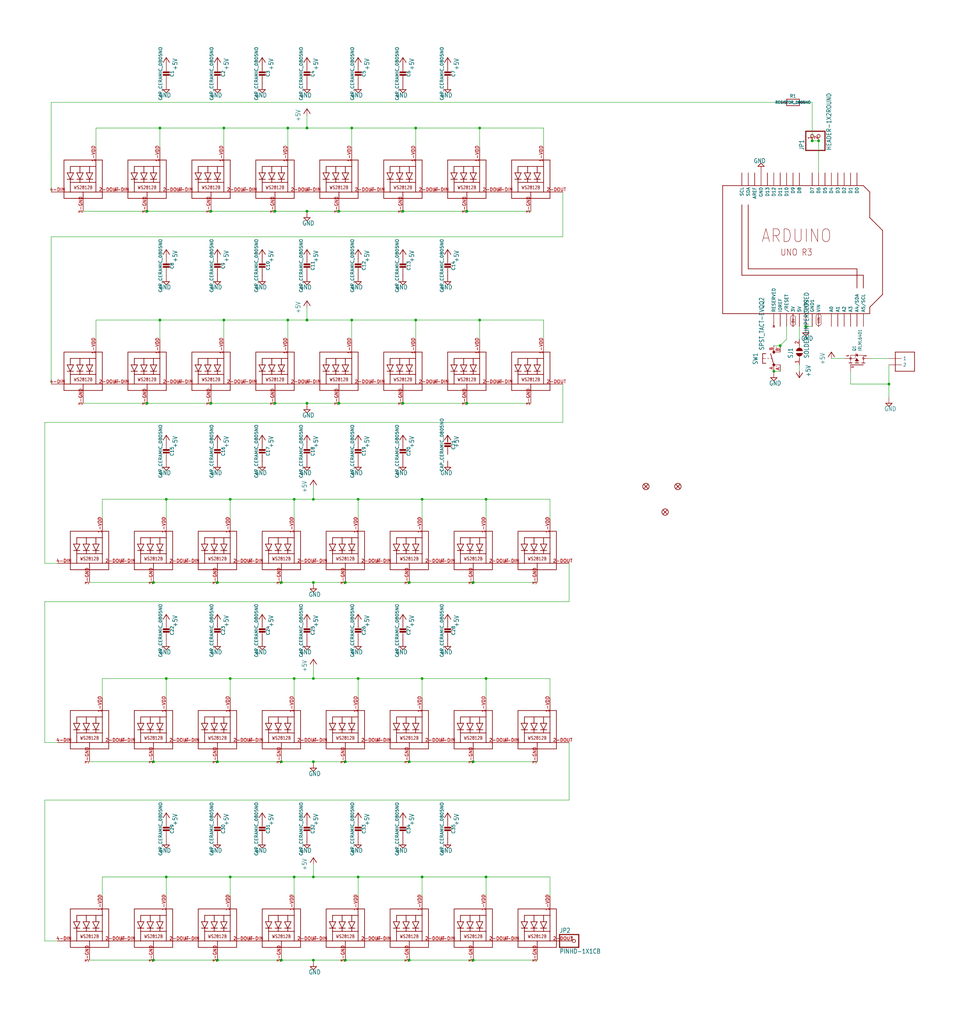
<source format=kicad_sch>
(kicad_sch (version 20211123) (generator eeschema)
  (paper "User" 383.667 406.4)
  (junction (at 162.56 302.26))
  (junction (at 111.76 231.14))
  (junction (at 165.1 127))
  (junction (at 124.46 347.98))
  (junction (at 91.44 198.12))
  (junction (at 162.56 231.14))
  (junction (at 167.64 198.12))
  (junction (at 139.7 127))
  (junction (at 124.46 231.14))
  (junction (at 325.12 55.88))
  (junction (at 190.5 127))
  (junction (at 58.42 160.02))
  (junction (at 58.42 83.82))
  (junction (at 66.04 347.98))
  (junction (at 60.96 231.14))
  (junction (at 114.3 50.8))
  (junction (at 162.56 381))
  (junction (at 134.62 160.02))
  (junction (at 83.82 160.02))
  (junction (at 142.24 198.12))
  (junction (at 91.44 269.24))
  (junction (at 121.92 50.8))
  (junction (at 193.04 347.98))
  (junction (at 134.62 83.82))
  (junction (at 83.82 83.82))
  (junction (at 193.04 269.24))
  (junction (at 139.7 50.8))
  (junction (at 116.84 269.24))
  (junction (at 88.9 50.8))
  (junction (at 309.88 137.16))
  (junction (at 137.16 302.26))
  (junction (at 88.9 127))
  (junction (at 86.36 381))
  (junction (at 185.42 83.82))
  (junction (at 86.36 231.14))
  (junction (at 320.04 129.54))
  (junction (at 142.24 269.24))
  (junction (at 187.96 302.26))
  (junction (at 121.92 83.82))
  (junction (at 124.46 198.12))
  (junction (at 60.96 302.26))
  (junction (at 137.16 381))
  (junction (at 63.5 127))
  (junction (at 63.5 50.8))
  (junction (at 66.04 198.12))
  (junction (at 193.04 198.12))
  (junction (at 322.58 55.88))
  (junction (at 137.16 231.14))
  (junction (at 167.64 269.24))
  (junction (at 111.76 302.26))
  (junction (at 353.06 152.4))
  (junction (at 124.46 269.24))
  (junction (at 124.46 381))
  (junction (at 187.96 231.14))
  (junction (at 190.5 50.8))
  (junction (at 116.84 198.12))
  (junction (at 109.22 160.02))
  (junction (at 307.34 147.32))
  (junction (at 121.92 127))
  (junction (at 116.84 347.98))
  (junction (at 66.04 269.24))
  (junction (at 160.02 83.82))
  (junction (at 165.1 50.8))
  (junction (at 124.46 302.26))
  (junction (at 160.02 160.02))
  (junction (at 187.96 381))
  (junction (at 121.92 160.02))
  (junction (at 185.42 160.02))
  (junction (at 142.24 347.98))
  (junction (at 60.96 381))
  (junction (at 109.22 83.82))
  (junction (at 91.44 347.98))
  (junction (at 111.76 381))
  (junction (at 86.36 302.26))
  (junction (at 114.3 127))
  (junction (at 167.64 347.98))
  (wire (pts (xy 160.02 160.02) (xy 185.42 160.02)))
  (wire (pts (xy 137.16 302.26) (xy 162.56 302.26)))
  (wire (pts (xy 35.56 302.26) (xy 60.96 302.26)))
  (wire (pts (xy 337.82 152.4) (xy 353.06 152.4)))
  (wire (pts (xy 40.64 347.98) (xy 66.04 347.98)))
  (wire (pts (xy 345.44 142.24) (xy 353.06 142.24)))
  (wire (pts (xy 60.96 302.26) (xy 86.36 302.26)))
  (wire (pts (xy 185.42 83.82) (xy 210.82 83.82)))
  (wire (pts (xy 111.76 381) (xy 124.46 381)))
  (wire (pts (xy 218.44 269.24) (xy 218.44 276.86)))
  (wire (pts (xy 165.1 50.8) (xy 190.5 50.8)))
  (wire (pts (xy 86.36 231.14) (xy 111.76 231.14)))
  (wire (pts (xy 88.9 50.8) (xy 88.9 58.42)))
  (wire (pts (xy 35.56 231.14) (xy 60.96 231.14)))
  (wire (pts (xy 162.56 231.14) (xy 187.96 231.14)))
  (wire (pts (xy 193.04 198.12) (xy 193.04 205.74)))
  (wire (pts (xy 317.5 129.54) (xy 317.5 134.62)))
  (wire (pts (xy 63.5 127) (xy 88.9 127)))
  (wire (pts (xy 142.24 347.98) (xy 142.24 355.6)))
  (wire (pts (xy 142.24 269.24) (xy 167.64 269.24)))
  (wire (pts (xy 121.92 83.82) (xy 134.62 83.82)))
  (wire (pts (xy 134.62 160.02) (xy 160.02 160.02)))
  (wire (pts (xy 58.42 160.02) (xy 83.82 160.02)))
  (wire (pts (xy 63.5 134.62) (xy 63.5 127)))
  (wire (pts (xy 33.02 83.82) (xy 58.42 83.82)))
  (wire (pts (xy 187.96 231.14) (xy 213.36 231.14)))
  (wire (pts (xy 142.24 269.24) (xy 142.24 276.86)))
  (wire (pts (xy 167.64 276.86) (xy 167.64 269.24)))
  (wire (pts (xy 88.9 127) (xy 88.9 134.62)))
  (wire (pts (xy 111.76 302.26) (xy 124.46 302.26)))
  (wire (pts (xy 215.9 50.8) (xy 215.9 58.42)))
  (wire (pts (xy 218.44 198.12) (xy 218.44 205.74)))
  (wire (pts (xy 193.04 347.98) (xy 218.44 347.98)))
  (wire (pts (xy 35.56 381) (xy 60.96 381)))
  (wire (pts (xy 193.04 198.12) (xy 218.44 198.12)))
  (wire (pts (xy 165.1 134.62) (xy 165.1 127)))
  (wire (pts (xy 190.5 50.8) (xy 190.5 58.42)))
  (wire (pts (xy 218.44 347.98) (xy 218.44 355.6)))
  (wire (pts (xy 60.96 231.14) (xy 86.36 231.14)))
  (wire (pts (xy 353.06 144.78) (xy 353.06 152.4)))
  (wire (pts (xy 325.12 68.58) (xy 325.12 55.88)))
  (wire (pts (xy 139.7 50.8) (xy 139.7 58.42)))
  (wire (pts (xy 86.36 381) (xy 111.76 381)))
  (wire (pts (xy 40.64 269.24) (xy 66.04 269.24)))
  (wire (pts (xy 322.58 129.54) (xy 320.04 129.54)))
  (wire (pts (xy 142.24 198.12) (xy 167.64 198.12)))
  (wire (pts (xy 17.78 238.76) (xy 226.06 238.76)))
  (wire (pts (xy 322.58 40.64) (xy 322.58 55.88)))
  (wire (pts (xy 116.84 198.12) (xy 116.84 205.74)))
  (wire (pts (xy 66.04 198.12) (xy 91.44 198.12)))
  (wire (pts (xy 66.04 269.24) (xy 91.44 269.24)))
  (wire (pts (xy 124.46 193.04) (xy 124.46 198.12)))
  (wire (pts (xy 116.84 269.24) (xy 124.46 269.24)))
  (wire (pts (xy 114.3 127) (xy 121.92 127)))
  (wire (pts (xy 66.04 355.6) (xy 66.04 347.98)))
  (wire (pts (xy 353.06 152.4) (xy 353.06 157.48)))
  (wire (pts (xy 121.92 121.92) (xy 121.92 127)))
  (wire (pts (xy 167.64 269.24) (xy 193.04 269.24)))
  (wire (pts (xy 162.56 302.26) (xy 187.96 302.26)))
  (wire (pts (xy 91.44 198.12) (xy 91.44 205.74)))
  (wire (pts (xy 167.64 205.74) (xy 167.64 198.12)))
  (wire (pts (xy 215.9 127) (xy 215.9 134.62)))
  (wire (pts (xy 317.5 144.78) (xy 317.5 147.32)))
  (wire (pts (xy 190.5 127) (xy 215.9 127)))
  (wire (pts (xy 335.28 142.24) (xy 330.2 142.24)))
  (wire (pts (xy 63.5 50.8) (xy 88.9 50.8)))
  (wire (pts (xy 17.78 373.38) (xy 17.78 317.5)))
  (wire (pts (xy 17.78 294.64) (xy 17.78 238.76)))
  (wire (pts (xy 160.02 83.82) (xy 185.42 83.82)))
  (wire (pts (xy 116.84 269.24) (xy 116.84 276.86)))
  (wire (pts (xy 91.44 269.24) (xy 116.84 269.24)))
  (wire (pts (xy 226.06 317.5) (xy 226.06 294.64)))
  (wire (pts (xy 134.62 83.82) (xy 160.02 83.82)))
  (wire (pts (xy 320.04 40.64) (xy 322.58 40.64)))
  (wire (pts (xy 91.44 347.98) (xy 91.44 355.6)))
  (wire (pts (xy 165.1 58.42) (xy 165.1 50.8)))
  (wire (pts (xy 337.82 147.32) (xy 337.82 152.4)))
  (wire (pts (xy 20.32 93.98) (xy 223.52 93.98)))
  (wire (pts (xy 66.04 347.98) (xy 91.44 347.98)))
  (wire (pts (xy 83.82 160.02) (xy 109.22 160.02)))
  (wire (pts (xy 91.44 347.98) (xy 116.84 347.98)))
  (wire (pts (xy 193.04 269.24) (xy 218.44 269.24)))
  (wire (pts (xy 33.02 160.02) (xy 58.42 160.02)))
  (wire (pts (xy 137.16 231.14) (xy 162.56 231.14)))
  (wire (pts (xy 66.04 205.74) (xy 66.04 198.12)))
  (wire (pts (xy 111.76 231.14) (xy 124.46 231.14)))
  (wire (pts (xy 40.64 355.6) (xy 40.64 347.98)))
  (wire (pts (xy 22.86 294.64) (xy 17.78 294.64)))
  (wire (pts (xy 124.46 231.14) (xy 137.16 231.14)))
  (wire (pts (xy 38.1 58.42) (xy 38.1 50.8)))
  (wire (pts (xy 38.1 127) (xy 63.5 127)))
  (wire (pts (xy 124.46 342.9) (xy 124.46 347.98)))
  (wire (pts (xy 142.24 198.12) (xy 142.24 205.74)))
  (wire (pts (xy 167.64 347.98) (xy 193.04 347.98)))
  (wire (pts (xy 193.04 269.24) (xy 193.04 276.86)))
  (wire (pts (xy 162.56 381) (xy 187.96 381)))
  (wire (pts (xy 20.32 76.2) (xy 20.32 40.64)))
  (wire (pts (xy 38.1 50.8) (xy 63.5 50.8)))
  (wire (pts (xy 309.88 137.16) (xy 312.42 134.62)))
  (wire (pts (xy 121.92 45.72) (xy 121.92 50.8)))
  (wire (pts (xy 83.82 83.82) (xy 109.22 83.82)))
  (wire (pts (xy 17.78 223.52) (xy 17.78 167.64)))
  (wire (pts (xy 190.5 50.8) (xy 215.9 50.8)))
  (wire (pts (xy 312.42 134.62) (xy 312.42 129.54)))
  (wire (pts (xy 40.64 205.74) (xy 40.64 198.12)))
  (wire (pts (xy 121.92 127) (xy 139.7 127)))
  (wire (pts (xy 114.3 50.8) (xy 121.92 50.8)))
  (wire (pts (xy 167.64 198.12) (xy 193.04 198.12)))
  (wire (pts (xy 22.86 373.38) (xy 17.78 373.38)))
  (wire (pts (xy 124.46 381) (xy 137.16 381)))
  (wire (pts (xy 116.84 347.98) (xy 116.84 355.6)))
  (wire (pts (xy 121.92 160.02) (xy 134.62 160.02)))
  (wire (pts (xy 124.46 198.12) (xy 142.24 198.12)))
  (wire (pts (xy 20.32 40.64) (xy 309.88 40.64)))
  (wire (pts (xy 193.04 347.98) (xy 193.04 355.6)))
  (wire (pts (xy 325.12 55.88) (xy 322.58 55.88)))
  (wire (pts (xy 309.88 147.32) (xy 307.34 147.32)))
  (wire (pts (xy 20.32 152.4) (xy 20.32 93.98)))
  (wire (pts (xy 223.52 93.98) (xy 223.52 76.2)))
  (wire (pts (xy 139.7 50.8) (xy 165.1 50.8)))
  (wire (pts (xy 60.96 381) (xy 86.36 381)))
  (wire (pts (xy 139.7 127) (xy 165.1 127)))
  (wire (pts (xy 226.06 238.76) (xy 226.06 223.52)))
  (wire (pts (xy 187.96 381) (xy 213.36 381)))
  (wire (pts (xy 139.7 127) (xy 139.7 134.62)))
  (wire (pts (xy 137.16 381) (xy 162.56 381)))
  (wire (pts (xy 63.5 58.42) (xy 63.5 50.8)))
  (wire (pts (xy 165.1 127) (xy 190.5 127)))
  (wire (pts (xy 91.44 198.12) (xy 116.84 198.12)))
  (wire (pts (xy 185.42 160.02) (xy 210.82 160.02)))
  (wire (pts (xy 17.78 167.64) (xy 223.52 167.64)))
  (wire (pts (xy 307.34 137.16) (xy 309.88 137.16)))
  (wire (pts (xy 91.44 269.24) (xy 91.44 276.86)))
  (wire (pts (xy 187.96 302.26) (xy 213.36 302.26)))
  (wire (pts (xy 121.92 50.8) (xy 139.7 50.8)))
  (wire (pts (xy 17.78 317.5) (xy 226.06 317.5)))
  (wire (pts (xy 40.64 276.86) (xy 40.64 269.24)))
  (wire (pts (xy 190.5 127) (xy 190.5 134.62)))
  (wire (pts (xy 116.84 347.98) (xy 124.46 347.98)))
  (wire (pts (xy 40.64 198.12) (xy 66.04 198.12)))
  (wire (pts (xy 109.22 160.02) (xy 121.92 160.02)))
  (wire (pts (xy 22.86 223.52) (xy 17.78 223.52)))
  (wire (pts (xy 124.46 347.98) (xy 142.24 347.98)))
  (wire (pts (xy 124.46 269.24) (xy 142.24 269.24)))
  (wire (pts (xy 88.9 50.8) (xy 114.3 50.8)))
  (wire (pts (xy 86.36 302.26) (xy 111.76 302.26)))
  (wire (pts (xy 66.04 276.86) (xy 66.04 269.24)))
  (wire (pts (xy 58.42 83.82) (xy 83.82 83.82)))
  (wire (pts (xy 116.84 198.12) (xy 124.46 198.12)))
  (wire (pts (xy 38.1 134.62) (xy 38.1 127)))
  (wire (pts (xy 114.3 127) (xy 114.3 134.62)))
  (wire (pts (xy 109.22 83.82) (xy 121.92 83.82)))
  (wire (pts (xy 142.24 347.98) (xy 167.64 347.98)))
  (wire (pts (xy 167.64 355.6) (xy 167.64 347.98)))
  (wire (pts (xy 88.9 127) (xy 114.3 127)))
  (wire (pts (xy 223.52 167.64) (xy 223.52 152.4)))
  (wire (pts (xy 124.46 264.16) (xy 124.46 269.24)))
  (wire (pts (xy 114.3 50.8) (xy 114.3 58.42)))
  (wire (pts (xy 124.46 302.26) (xy 137.16 302.26)))
  (global_label "VIN" (shape bidirectional) (at 325.12 129.54 90) (effects (font (size 1.016 1.016))) (property "Intersheet References" "${INTERSHEET_REFS}" (effects hide)))
  (global_label "3V" (shape bidirectional) (at 314.96 129.54 90) (effects (font (size 1.016 1.016))) (property "Intersheet References" "${INTERSHEET_REFS}" (effects hide)))
  (symbol (lib_id "eagleSchem-eagle-import:CAP_CERAMIC_0805NO") (at 86.36 330.2 0) (mirror y) (unit 1)
    (property "Reference" "C30" (at 88.65 328.95 90))
    (property "Value" "CAP_CERAMIC_0805NO" (at 84.06 328.95 90))
    (property "Footprint" "eagleSchem:_0805NO" (effects hide))
  )
  (symbol (lib_id "eagleSchem-eagle-import:+5V") (at 124.46 190.5 0) (unit 1)
    (property "Reference" "#P+18" (effects hide))
    (property "Value" "+5V" (at 121.92 195.58 90) (effects (font (size 1.778 1.5113)) (justify left bottom)))
    (property "Footprint" "eagleSchem:" (effects hide))
  )
  (symbol (lib_id "eagleSchem-eagle-import:WS2812B5050") (at 111.76 220.98 0) (unit 1)
    (property "Reference" "LED20" (effects hide))
    (property "Value" "WS2812B5050" (effects hide))
    (property "Footprint" "eagleSchem:WS2812B" (effects hide))
  )
  (symbol (lib_id "eagleSchem-eagle-import:GND") (at 177.8 35.56 0) (mirror y) (unit 1)
    (property "Reference" "#SUPPLY17" (effects hide))
    (property "Value" "GND" (at 179.705 38.735 0) (effects (font (size 1.778 1.5113)) (justify left bottom)))
    (property "Footprint" "eagleSchem:" (effects hide))
  )
  (symbol (lib_id "eagleSchem-eagle-import:WS2812B5050") (at 58.42 73.66 0) (unit 1)
    (property "Reference" "LED2" (effects hide))
    (property "Value" "WS2812B5050" (effects hide))
    (property "Footprint" "eagleSchem:WS2812B" (effects hide))
  )
  (symbol (lib_id "eagleSchem-eagle-import:WS2812B5050") (at 111.76 370.84 0) (unit 1)
    (property "Reference" "LED36" (effects hide))
    (property "Value" "WS2812B5050" (effects hide))
    (property "Footprint" "eagleSchem:WS2812B" (effects hide))
  )
  (symbol (lib_id "eagleSchem-eagle-import:+5V") (at 86.36 243.84 0) (mirror y) (unit 1)
    (property "Reference" "#P+28" (effects hide))
    (property "Value" "+5V" (at 88.9 248.92 90) (effects (font (size 1.778 1.5113)) (justify left bottom)))
    (property "Footprint" "eagleSchem:" (effects hide))
  )
  (symbol (lib_id "eagleSchem-eagle-import:GND") (at 160.02 256.54 0) (mirror y) (unit 1)
    (property "Reference" "#SUPPLY36" (effects hide))
    (property "Value" "GND" (at 161.925 259.715 0) (effects (font (size 1.778 1.5113)) (justify left bottom)))
    (property "Footprint" "eagleSchem:" (effects hide))
  )
  (symbol (lib_id "eagleSchem-eagle-import:RESISTOR_0805NO") (at 314.96 40.64 0) (unit 1)
    (property "Reference" "R1" (at 314.96 38.1 0))
    (property "Value" "RESISTOR_0805NO" (at 314.96 40.64 0) (effects (font (size 1.016 1.016) bold)))
    (property "Footprint" "eagleSchem:_0805NO" (effects hide))
  )
  (symbol (lib_id "eagleSchem-eagle-import:PINHD-1X1CB") (at 228.6 373.38 0) (unit 1)
    (property "Reference" "JP2" (at 222.25 370.205 0) (effects (font (size 1.778 1.5113)) (justify left bottom)))
    (property "Value" "PINHD-1X1CB" (at 222.25 378.46 0) (effects (font (size 1.778 1.5113)) (justify left bottom)))
    (property "Footprint" "eagleSchem:1X01-CLEANBIG" (effects hide))
  )
  (symbol (lib_id "eagleSchem-eagle-import:+5V") (at 121.92 119.38 0) (unit 1)
    (property "Reference" "#P+9" (effects hide))
    (property "Value" "+5V" (at 119.38 124.46 90) (effects (font (size 1.778 1.5113)) (justify left bottom)))
    (property "Footprint" "eagleSchem:" (effects hide))
  )
  (symbol (lib_id "eagleSchem-eagle-import:WS2812B5050") (at 86.36 220.98 0) (unit 1)
    (property "Reference" "LED19" (effects hide))
    (property "Value" "WS2812B5050" (effects hide))
    (property "Footprint" "eagleSchem:WS2812B" (effects hide))
  )
  (symbol (lib_id "eagleSchem-eagle-import:CAP_CERAMIC_0805NO") (at 142.24 251.46 0) (mirror y) (unit 1)
    (property "Reference" "C26" (at 144.53 250.21 90))
    (property "Value" "CAP_CERAMIC_0805NO" (at 139.94 250.21 90))
    (property "Footprint" "eagleSchem:_0805NO" (effects hide))
  )
  (symbol (lib_id "eagleSchem-eagle-import:CAP_CERAMIC_0805NO") (at 121.92 180.34 0) (mirror y) (unit 1)
    (property "Reference" "C18" (at 124.21 179.09 90))
    (property "Value" "CAP_CERAMIC_0805NO" (at 119.62 179.09 90))
    (property "Footprint" "eagleSchem:_0805NO" (effects hide))
  )
  (symbol (lib_id "eagleSchem-eagle-import:1X2-3.5MM") (at 358.14 144.78 0) (unit 1)
    (property "Reference" "J1" (effects hide))
    (property "Value" "1X2-3.5MM" (effects hide))
    (property "Footprint" "eagleSchem:1X2-3.5MM" (effects hide))
  )
  (symbol (lib_id "eagleSchem-eagle-import:WS2812B5050") (at 35.56 292.1 0) (unit 1)
    (property "Reference" "LED25" (effects hide))
    (property "Value" "WS2812B5050" (effects hide))
    (property "Footprint" "eagleSchem:WS2812B" (effects hide))
  )
  (symbol (lib_id "eagleSchem-eagle-import:CAP_CERAMIC_0805NO") (at 104.14 30.48 0) (mirror y) (unit 1)
    (property "Reference" "C3" (at 106.43 29.23 90))
    (property "Value" "CAP_CERAMIC_0805NO" (at 101.84 29.23 90))
    (property "Footprint" "eagleSchem:_0805NO" (effects hide))
  )
  (symbol (lib_id "eagleSchem-eagle-import:GND") (at 66.04 256.54 0) (mirror y) (unit 1)
    (property "Reference" "#SUPPLY31" (effects hide))
    (property "Value" "GND" (at 67.945 259.715 0) (effects (font (size 1.778 1.5113)) (justify left bottom)))
    (property "Footprint" "eagleSchem:" (effects hide))
  )
  (symbol (lib_id "eagleSchem-eagle-import:GND") (at 86.36 185.42 0) (mirror y) (unit 1)
    (property "Reference" "#SUPPLY23" (effects hide))
    (property "Value" "GND" (at 88.265 188.595 0) (effects (font (size 1.778 1.5113)) (justify left bottom)))
    (property "Footprint" "eagleSchem:" (effects hide))
  )
  (symbol (lib_id "eagleSchem-eagle-import:CAP_CERAMIC_0805NO") (at 177.8 330.2 0) (mirror y) (unit 1)
    (property "Reference" "C35" (at 180.09 328.95 90))
    (property "Value" "CAP_CERAMIC_0805NO" (at 175.5 328.95 90))
    (property "Footprint" "eagleSchem:_0805NO" (effects hide))
  )
  (symbol (lib_id "eagleSchem-eagle-import:GND") (at 121.92 256.54 0) (mirror y) (unit 1)
    (property "Reference" "#SUPPLY34" (effects hide))
    (property "Value" "GND" (at 123.825 259.715 0) (effects (font (size 1.778 1.5113)) (justify left bottom)))
    (property "Footprint" "eagleSchem:" (effects hide))
  )
  (symbol (lib_id "eagleSchem-eagle-import:WS2812B5050") (at 35.56 220.98 0) (unit 1)
    (property "Reference" "LED17" (effects hide))
    (property "Value" "WS2812B5050" (effects hide))
    (property "Footprint" "eagleSchem:WS2812B" (effects hide))
  )
  (symbol (lib_id "eagleSchem-eagle-import:GND") (at 177.8 111.76 0) (mirror y) (unit 1)
    (property "Reference" "#SUPPLY19" (effects hide))
    (property "Value" "GND" (at 179.705 114.935 0) (effects (font (size 1.778 1.5113)) (justify left bottom)))
    (property "Footprint" "eagleSchem:" (effects hide))
  )
  (symbol (lib_id "eagleSchem-eagle-import:GND") (at 142.24 185.42 0) (mirror y) (unit 1)
    (property "Reference" "#SUPPLY26" (effects hide))
    (property "Value" "GND" (at 144.145 188.595 0) (effects (font (size 1.778 1.5113)) (justify left bottom)))
    (property "Footprint" "eagleSchem:" (effects hide))
  )
  (symbol (lib_id "eagleSchem-eagle-import:GND") (at 353.06 160.02 0) (unit 1)
    (property "Reference" "#SUPPLY50" (effects hide))
    (property "Value" "GND" (at 351.155 163.195 0) (effects (font (size 1.778 1.5113)) (justify left bottom)))
    (property "Footprint" "eagleSchem:" (effects hide))
  )
  (symbol (lib_id "eagleSchem-eagle-import:WS2812B5050") (at 187.96 370.84 0) (unit 1)
    (property "Reference" "LED39" (effects hide))
    (property "Value" "WS2812B5050" (effects hide))
    (property "Footprint" "eagleSchem:WS2812B" (effects hide))
  )
  (symbol (lib_id "eagleSchem-eagle-import:GND") (at 104.14 256.54 0) (mirror y) (unit 1)
    (property "Reference" "#SUPPLY33" (effects hide))
    (property "Value" "GND" (at 106.045 259.715 0) (effects (font (size 1.778 1.5113)) (justify left bottom)))
    (property "Footprint" "eagleSchem:" (effects hide))
  )
  (symbol (lib_id "eagleSchem-eagle-import:+5V") (at 121.92 322.58 0) (mirror y) (unit 1)
    (property "Reference" "#P+38" (effects hide))
    (property "Value" "+5V" (at 124.46 327.66 90) (effects (font (size 1.778 1.5113)) (justify left bottom)))
    (property "Footprint" "eagleSchem:" (effects hide))
  )
  (symbol (lib_id "eagleSchem-eagle-import:+5V") (at 160.02 22.86 0) (mirror y) (unit 1)
    (property "Reference" "#P+8" (effects hide))
    (property "Value" "+5V" (at 162.56 27.94 90) (effects (font (size 1.778 1.5113)) (justify left bottom)))
    (property "Footprint" "eagleSchem:" (effects hide))
  )
  (symbol (lib_id "eagleSchem-eagle-import:+5V") (at 104.14 99.06 0) (mirror y) (unit 1)
    (property "Reference" "#P+13" (effects hide))
    (property "Value" "+5V" (at 106.68 104.14 90) (effects (font (size 1.778 1.5113)) (justify left bottom)))
    (property "Footprint" "eagleSchem:" (effects hide))
  )
  (symbol (lib_id "eagleSchem-eagle-import:WS2812B5050") (at 213.36 292.1 0) (unit 1)
    (property "Reference" "LED32" (effects hide))
    (property "Value" "WS2812B5050" (effects hide))
    (property "Footprint" "eagleSchem:WS2812B" (effects hide))
  )
  (symbol (lib_id "eagleSchem-eagle-import:CAP_CERAMIC_0805NO") (at 104.14 180.34 0) (mirror y) (unit 1)
    (property "Reference" "C17" (at 106.43 179.09 90))
    (property "Value" "CAP_CERAMIC_0805NO" (at 101.84 179.09 90))
    (property "Footprint" "eagleSchem:_0805NO" (effects hide))
  )
  (symbol (lib_id "eagleSchem-eagle-import:GND") (at 104.14 335.28 0) (mirror y) (unit 1)
    (property "Reference" "#SUPPLY42" (effects hide))
    (property "Value" "GND" (at 106.045 338.455 0) (effects (font (size 1.778 1.5113)) (justify left bottom)))
    (property "Footprint" "eagleSchem:" (effects hide))
  )
  (symbol (lib_id "eagleSchem-eagle-import:+5V") (at 121.92 99.06 0) (mirror y) (unit 1)
    (property "Reference" "#P+14" (effects hide))
    (property "Value" "+5V" (at 124.46 104.14 90) (effects (font (size 1.778 1.5113)) (justify left bottom)))
    (property "Footprint" "eagleSchem:" (effects hide))
  )
  (symbol (lib_id "eagleSchem-eagle-import:+5V") (at 142.24 99.06 0) (mirror y) (unit 1)
    (property "Reference" "#P+15" (effects hide))
    (property "Value" "+5V" (at 144.78 104.14 90) (effects (font (size 1.778 1.5113)) (justify left bottom)))
    (property "Footprint" "eagleSchem:" (effects hide))
  )
  (symbol (lib_id "eagleSchem-eagle-import:GND") (at 320.04 132.08 0) (unit 1)
    (property "Reference" "#SUPPLY2" (effects hide))
    (property "Value" "GND" (at 318.135 135.255 0) (effects (font (size 1.778 1.5113)) (justify left bottom)))
    (property "Footprint" "eagleSchem:" (effects hide))
  )
  (symbol (lib_id "eagleSchem-eagle-import:WS2812B5050") (at 213.36 370.84 0) (unit 1)
    (property "Reference" "LED40" (effects hide))
    (property "Value" "WS2812B5050" (effects hide))
    (property "Footprint" "eagleSchem:WS2812B" (effects hide))
  )
  (symbol (lib_id "eagleSchem-eagle-import:+5V") (at 330.2 139.7 0) (unit 1)
    (property "Reference" "#P+42" (effects hide))
    (property "Value" "+5V" (at 327.66 144.78 90) (effects (font (size 1.778 1.5113)) (justify left bottom)))
    (property "Footprint" "eagleSchem:" (effects hide))
  )
  (symbol (lib_id "eagleSchem-eagle-import:CAP_CERAMIC_0805NO") (at 66.04 30.48 0) (mirror y) (unit 1)
    (property "Reference" "C1" (at 68.33 29.23 90))
    (property "Value" "CAP_CERAMIC_0805NO" (at 63.74 29.23 90))
    (property "Footprint" "eagleSchem:_0805NO" (effects hide))
  )
  (symbol (lib_id "eagleSchem-eagle-import:+5V") (at 160.02 99.06 0) (mirror y) (unit 1)
    (property "Reference" "#P+16" (effects hide))
    (property "Value" "+5V" (at 162.56 104.14 90) (effects (font (size 1.778 1.5113)) (justify left bottom)))
    (property "Footprint" "eagleSchem:" (effects hide))
  )
  (symbol (lib_id "eagleSchem-eagle-import:GND") (at 142.24 335.28 0) (mirror y) (unit 1)
    (property "Reference" "#SUPPLY44" (effects hide))
    (property "Value" "GND" (at 144.145 338.455 0) (effects (font (size 1.778 1.5113)) (justify left bottom)))
    (property "Footprint" "eagleSchem:" (effects hide))
  )
  (symbol (lib_id "eagleSchem-eagle-import:WS2812B5050") (at 187.96 220.98 0) (unit 1)
    (property "Reference" "LED23" (effects hide))
    (property "Value" "WS2812B5050" (effects hide))
    (property "Footprint" "eagleSchem:WS2812B" (effects hide))
  )
  (symbol (lib_id "eagleSchem-eagle-import:WS2812B5050") (at 83.82 73.66 0) (unit 1)
    (property "Reference" "LED3" (effects hide))
    (property "Value" "WS2812B5050" (effects hide))
    (property "Footprint" "eagleSchem:WS2812B" (effects hide))
  )
  (symbol (lib_id "eagleSchem-eagle-import:+5V") (at 86.36 172.72 0) (mirror y) (unit 1)
    (property "Reference" "#P+20" (effects hide))
    (property "Value" "+5V" (at 88.9 177.8 90) (effects (font (size 1.778 1.5113)) (justify left bottom)))
    (property "Footprint" "eagleSchem:" (effects hide))
  )
  (symbol (lib_id "eagleSchem-eagle-import:GND") (at 160.02 185.42 0) (mirror y) (unit 1)
    (property "Reference" "#SUPPLY27" (effects hide))
    (property "Value" "GND" (at 161.925 188.595 0) (effects (font (size 1.778 1.5113)) (justify left bottom)))
    (property "Footprint" "eagleSchem:" (effects hide))
  )
  (symbol (lib_id "eagleSchem-eagle-import:GND") (at 142.24 256.54 0) (mirror y) (unit 1)
    (property "Reference" "#SUPPLY35" (effects hide))
    (property "Value" "GND" (at 144.145 259.715 0) (effects (font (size 1.778 1.5113)) (justify left bottom)))
    (property "Footprint" "eagleSchem:" (effects hide))
  )
  (symbol (lib_id "eagleSchem-eagle-import:+5V") (at 142.24 172.72 0) (mirror y) (unit 1)
    (property "Reference" "#P+23" (effects hide))
    (property "Value" "+5V" (at 144.78 177.8 90) (effects (font (size 1.778 1.5113)) (justify left bottom)))
    (property "Footprint" "eagleSchem:" (effects hide))
  )
  (symbol (lib_id "eagleSchem-eagle-import:FIDUCIAL{dblquote}{dblquote}") (at 264.16 203.2 0) (unit 1)
    (property "Reference" "FID3" (effects hide))
    (property "Value" "FIDUCIAL{dblquote}{dblquote}" (effects hide))
    (property "Footprint" "eagleSchem:FIDUCIAL_1MM" (effects hide))
  )
  (symbol (lib_id "eagleSchem-eagle-import:CAP_CERAMIC_0805NO") (at 177.8 30.48 0) (mirror y) (unit 1)
    (property "Reference" "C7" (at 180.09 29.23 90))
    (property "Value" "CAP_CERAMIC_0805NO" (at 175.5 29.23 90))
    (property "Footprint" "eagleSchem:_0805NO" (effects hide))
  )
  (symbol (lib_id "eagleSchem-eagle-import:CAP_CERAMIC_0805NO") (at 66.04 251.46 0) (mirror y) (unit 1)
    (property "Reference" "C22" (at 68.33 250.21 90))
    (property "Value" "CAP_CERAMIC_0805NO" (at 63.74 250.21 90))
    (property "Footprint" "eagleSchem:_0805NO" (effects hide))
  )
  (symbol (lib_id "eagleSchem-eagle-import:CAP_CERAMIC_0805NO") (at 177.8 251.46 0) (mirror y) (unit 1)
    (property "Reference" "C28" (at 180.09 250.21 90))
    (property "Value" "CAP_CERAMIC_0805NO" (at 175.5 250.21 90))
    (property "Footprint" "eagleSchem:_0805NO" (effects hide))
  )
  (symbol (lib_id "eagleSchem-eagle-import:+5V") (at 121.92 22.86 0) (mirror y) (unit 1)
    (property "Reference" "#P+6" (effects hide))
    (property "Value" "+5V" (at 124.46 27.94 90) (effects (font (size 1.778 1.5113)) (justify left bottom)))
    (property "Footprint" "eagleSchem:" (effects hide))
  )
  (symbol (lib_id "eagleSchem-eagle-import:CAP_CERAMIC_0805NO") (at 121.92 251.46 0) (mirror y) (unit 1)
    (property "Reference" "C25" (at 124.21 250.21 90))
    (property "Value" "CAP_CERAMIC_0805NO" (at 119.62 250.21 90))
    (property "Footprint" "eagleSchem:_0805NO" (effects hide))
  )
  (symbol (lib_id "eagleSchem-eagle-import:GND") (at 66.04 111.76 0) (mirror y) (unit 1)
    (property "Reference" "#SUPPLY6" (effects hide))
    (property "Value" "GND" (at 67.945 114.935 0) (effects (font (size 1.778 1.5113)) (justify left bottom)))
    (property "Footprint" "eagleSchem:" (effects hide))
  )
  (symbol (lib_id "eagleSchem-eagle-import:ARDUINOR3-BPLACE") (at 320.04 99.06 0) (unit 1)
    (property "Reference" "U1" (effects hide))
    (property "Value" "ARDUINOR3-BPLACE" (effects hide))
    (property "Footprint" "eagleSchem:ARDUINOR3-BPLACE" (effects hide))
  )
  (symbol (lib_id "eagleSchem-eagle-import:GND") (at 104.14 35.56 0) (mirror y) (unit 1)
    (property "Reference" "#SUPPLY12" (effects hide))
    (property "Value" "GND" (at 106.045 38.735 0) (effects (font (size 1.778 1.5113)) (justify left bottom)))
    (property "Footprint" "eagleSchem:" (effects hide))
  )
  (symbol (lib_id "eagleSchem-eagle-import:GND") (at 66.04 335.28 0) (mirror y) (unit 1)
    (property "Reference" "#SUPPLY40" (effects hide))
    (property "Value" "GND" (at 67.945 338.455 0) (effects (font (size 1.778 1.5113)) (justify left bottom)))
    (property "Footprint" "eagleSchem:" (effects hide))
  )
  (symbol (lib_id "eagleSchem-eagle-import:WS2812B5050") (at 111.76 292.1 0) (unit 1)
    (property "Reference" "LED28" (effects hide))
    (property "Value" "WS2812B5050" (effects hide))
    (property "Footprint" "eagleSchem:WS2812B" (effects hide))
  )
  (symbol (lib_id "eagleSchem-eagle-import:+5V") (at 86.36 322.58 0) (mirror y) (unit 1)
    (property "Reference" "#P+36" (effects hide))
    (property "Value" "+5V" (at 88.9 327.66 90) (effects (font (size 1.778 1.5113)) (justify left bottom)))
    (property "Footprint" "eagleSchem:" (effects hide))
  )
  (symbol (lib_id "eagleSchem-eagle-import:HEADER-1X2ROUND") (at 325.12 53.34 90) (unit 1)
    (property "Reference" "JP1" (at 319.405 59.69 0) (effects (font (size 1.778 1.5113)) (justify left bottom)))
    (property "Value" "HEADER-1X2ROUND" (at 330.2 59.69 0) (effects (font (size 1.778 1.5113)) (justify left bottom)))
    (property "Footprint" "eagleSchem:1X02_ROUND" (effects hide))
  )
  (symbol (lib_id "eagleSchem-eagle-import:+5V") (at 317.5 149.86 180) (unit 1)
    (property "Reference" "#P+1" (effects hide))
    (property "Value" "+5V" (at 320.04 144.78 90) (effects (font (size 1.778 1.5113)) (justify left bottom)))
    (property "Footprint" "eagleSchem:" (effects hide))
  )
  (symbol (lib_id "eagleSchem-eagle-import:CAP_CERAMIC_0805NO") (at 160.02 106.68 0) (mirror y) (unit 1)
    (property "Reference" "C13" (at 162.31 105.43 90))
    (property "Value" "CAP_CERAMIC_0805NO" (at 157.72 105.43 90))
    (property "Footprint" "eagleSchem:_0805NO" (effects hide))
  )
  (symbol (lib_id "eagleSchem-eagle-import:+5V") (at 104.14 243.84 0) (mirror y) (unit 1)
    (property "Reference" "#P+29" (effects hide))
    (property "Value" "+5V" (at 106.68 248.92 90) (effects (font (size 1.778 1.5113)) (justify left bottom)))
    (property "Footprint" "eagleSchem:" (effects hide))
  )
  (symbol (lib_id "eagleSchem-eagle-import:+5V") (at 142.24 243.84 0) (mirror y) (unit 1)
    (property "Reference" "#P+31" (effects hide))
    (property "Value" "+5V" (at 144.78 248.92 90) (effects (font (size 1.778 1.5113)) (justify left bottom)))
    (property "Footprint" "eagleSchem:" (effects hide))
  )
  (symbol (lib_id "eagleSchem-eagle-import:GND") (at 177.8 335.28 0) (mirror y) (unit 1)
    (property "Reference" "#SUPPLY46" (effects hide))
    (property "Value" "GND" (at 179.705 338.455 0) (effects (font (size 1.778 1.5113)) (justify left bottom)))
    (property "Footprint" "eagleSchem:" (effects hide))
  )
  (symbol (lib_id "eagleSchem-eagle-import:GND") (at 124.46 233.68 0) (unit 1)
    (property "Reference" "#SUPPLY20" (effects hide))
    (property "Value" "GND" (at 122.555 236.855 0) (effects (font (size 1.778 1.5113)) (justify left bottom)))
    (property "Footprint" "eagleSchem:" (effects hide))
  )
  (symbol (lib_id "eagleSchem-eagle-import:WS2812B5050") (at 33.02 149.86 0) (unit 1)
    (property "Reference" "LED9" (effects hide))
    (property "Value" "WS2812B5050" (effects hide))
    (property "Footprint" "eagleSchem:WS2812B" (effects hide))
  )
  (symbol (lib_id "eagleSchem-eagle-import:GND") (at 160.02 335.28 0) (mirror y) (unit 1)
    (property "Reference" "#SUPPLY45" (effects hide))
    (property "Value" "GND" (at 161.925 338.455 0) (effects (font (size 1.778 1.5113)) (justify left bottom)))
    (property "Footprint" "eagleSchem:" (effects hide))
  )
  (symbol (lib_id "eagleSchem-eagle-import:+5V") (at 66.04 172.72 0) (mirror y) (unit 1)
    (property "Reference" "#P+19" (effects hide))
    (property "Value" "+5V" (at 68.58 177.8 90) (effects (font (size 1.778 1.5113)) (justify left bottom)))
    (property "Footprint" "eagleSchem:" (effects hide))
  )
  (symbol (lib_id "eagleSchem-eagle-import:+5V") (at 66.04 243.84 0) (mirror y) (unit 1)
    (property "Reference" "#P+27" (effects hide))
    (property "Value" "+5V" (at 68.58 248.92 90) (effects (font (size 1.778 1.5113)) (justify left bottom)))
    (property "Footprint" "eagleSchem:" (effects hide))
  )
  (symbol (lib_id "eagleSchem-eagle-import:+5V") (at 121.92 243.84 0) (mirror y) (unit 1)
    (property "Reference" "#P+30" (effects hide))
    (property "Value" "+5V" (at 124.46 248.92 90) (effects (font (size 1.778 1.5113)) (justify left bottom)))
    (property "Footprint" "eagleSchem:" (effects hide))
  )
  (symbol (lib_id "eagleSchem-eagle-import:WS2812B5050") (at 210.82 149.86 0) (unit 1)
    (property "Reference" "LED16" (effects hide))
    (property "Value" "WS2812B5050" (effects hide))
    (property "Footprint" "eagleSchem:WS2812B" (effects hide))
  )
  (symbol (lib_id "eagleSchem-eagle-import:CAP_CERAMIC_0805NO") (at 66.04 330.2 0) (mirror y) (unit 1)
    (property "Reference" "C29" (at 68.33 328.95 90))
    (property "Value" "CAP_CERAMIC_0805NO" (at 63.74 328.95 90))
    (property "Footprint" "eagleSchem:_0805NO" (effects hide))
  )
  (symbol (lib_id "eagleSchem-eagle-import:CAP_CERAMIC_0805NO") (at 160.02 30.48 0) (mirror y) (unit 1)
    (property "Reference" "C6" (at 162.31 29.23 90))
    (property "Value" "CAP_CERAMIC_0805NO" (at 157.72 29.23 90))
    (property "Footprint" "eagleSchem:_0805NO" (effects hide))
  )
  (symbol (lib_id "eagleSchem-eagle-import:WS2812B5050") (at 35.56 370.84 0) (unit 1)
    (property "Reference" "LED33" (effects hide))
    (property "Value" "WS2812B5050" (effects hide))
    (property "Footprint" "eagleSchem:WS2812B" (effects hide))
  )
  (symbol (lib_id "eagleSchem-eagle-import:GND") (at 121.92 35.56 0) (mirror y) (unit 1)
    (property "Reference" "#SUPPLY13" (effects hide))
    (property "Value" "GND" (at 123.825 38.735 0) (effects (font (size 1.778 1.5113)) (justify left bottom)))
    (property "Footprint" "eagleSchem:" (effects hide))
  )
  (symbol (lib_id "eagleSchem-eagle-import:WS2812B5050") (at 86.36 292.1 0) (unit 1)
    (property "Reference" "LED27" (effects hide))
    (property "Value" "WS2812B5050" (effects hide))
    (property "Footprint" "eagleSchem:WS2812B" (effects hide))
  )
  (symbol (lib_id "eagleSchem-eagle-import:WS2812B5050") (at 137.16 292.1 0) (unit 1)
    (property "Reference" "LED29" (effects hide))
    (property "Value" "WS2812B5050" (effects hide))
    (property "Footprint" "eagleSchem:WS2812B" (effects hide))
  )
  (symbol (lib_id "eagleSchem-eagle-import:CAP_CERAMIC_0805NO") (at 86.36 251.46 0) (mirror y) (unit 1)
    (property "Reference" "C23" (at 88.65 250.21 90))
    (property "Value" "CAP_CERAMIC_0805NO" (at 84.06 250.21 90))
    (property "Footprint" "eagleSchem:_0805NO" (effects hide))
  )
  (symbol (lib_id "eagleSchem-eagle-import:CAP_CERAMIC_0805NO") (at 104.14 330.2 0) (mirror y) (unit 1)
    (property "Reference" "C31" (at 106.43 328.95 90))
    (property "Value" "CAP_CERAMIC_0805NO" (at 101.84 328.95 90))
    (property "Footprint" "eagleSchem:_0805NO" (effects hide))
  )
  (symbol (lib_id "eagleSchem-eagle-import:SPST_TACT-EVQQ2") (at 307.34 142.24 0) (unit 1)
    (property "Reference" "SW1" (at 300.99 144.78 90) (effects (font (size 1.778 1.5113)) (justify left bottom)))
    (property "Value" "SPST_TACT-EVQQ2" (at 303.53 139.065 90) (effects (font (size 1.778 1.5113)) (justify left bottom)))
    (property "Footprint" "eagleSchem:EVQ-Q2" (effects hide))
  )
  (symbol (lib_id "eagleSchem-eagle-import:CAP_CERAMIC_0805NO") (at 160.02 180.34 0) (mirror y) (unit 1)
    (property "Reference" "C20" (at 162.31 179.09 90))
    (property "Value" "CAP_CERAMIC_0805NO" (at 157.72 179.09 90))
    (property "Footprint" "eagleSchem:_0805NO" (effects hide))
  )
  (symbol (lib_id "eagleSchem-eagle-import:WS2812B5050") (at 60.96 292.1 0) (unit 1)
    (property "Reference" "LED26" (effects hide))
    (property "Value" "WS2812B5050" (effects hide))
    (property "Footprint" "eagleSchem:WS2812B" (effects hide))
  )
  (symbol (lib_id "eagleSchem-eagle-import:WS2812B5050") (at 83.82 149.86 0) (unit 1)
    (property "Reference" "LED11" (effects hide))
    (property "Value" "WS2812B5050" (effects hide))
    (property "Footprint" "eagleSchem:WS2812B" (effects hide))
  )
  (symbol (lib_id "eagleSchem-eagle-import:+5V") (at 104.14 172.72 0) (mirror y) (unit 1)
    (property "Reference" "#P+21" (effects hide))
    (property "Value" "+5V" (at 106.68 177.8 90) (effects (font (size 1.778 1.5113)) (justify left bottom)))
    (property "Footprint" "eagleSchem:" (effects hide))
  )
  (symbol (lib_id "eagleSchem-eagle-import:WS2812B5050") (at 162.56 292.1 0) (unit 1)
    (property "Reference" "LED30" (effects hide))
    (property "Value" "WS2812B5050" (effects hide))
    (property "Footprint" "eagleSchem:WS2812B" (effects hide))
  )
  (symbol (lib_id "eagleSchem-eagle-import:WS2812B5050") (at 160.02 73.66 0) (unit 1)
    (property "Reference" "LED6" (effects hide))
    (property "Value" "WS2812B5050" (effects hide))
    (property "Footprint" "eagleSchem:WS2812B" (effects hide))
  )
  (symbol (lib_id "eagleSchem-eagle-import:CAP_CERAMIC_0805NO") (at 104.14 106.68 0) (mirror y) (unit 1)
    (property "Reference" "C10" (at 106.43 105.43 90))
    (property "Value" "CAP_CERAMIC_0805NO" (at 101.84 105.43 90))
    (property "Footprint" "eagleSchem:_0805NO" (effects hide))
  )
  (symbol (lib_id "eagleSchem-eagle-import:GND") (at 177.8 185.42 0) (mirror y) (unit 1)
    (property "Reference" "#SUPPLY28" (effects hide))
    (property "Value" "GND" (at 179.705 188.595 0) (effects (font (size 1.778 1.5113)) (justify left bottom)))
    (property "Footprint" "eagleSchem:" (effects hide))
  )
  (symbol (lib_id "eagleSchem-eagle-import:+5V") (at 66.04 99.06 0) (mirror y) (unit 1)
    (property "Reference" "#P+11" (effects hide))
    (property "Value" "+5V" (at 68.58 104.14 90) (effects (font (size 1.778 1.5113)) (justify left bottom)))
    (property "Footprint" "eagleSchem:" (effects hide))
  )
  (symbol (lib_id "eagleSchem-eagle-import:GND") (at 86.36 35.56 0) (mirror y) (unit 1)
    (property "Reference" "#SUPPLY11" (effects hide))
    (property "Value" "GND" (at 88.265 38.735 0) (effects (font (size 1.778 1.5113)) (justify left bottom)))
    (property "Footprint" "eagleSchem:" (effects hide))
  )
  (symbol (lib_id "eagleSchem-eagle-import:CAP_CERAMIC_0805NO") (at 142.24 330.2 0) (mirror y) (unit 1)
    (property "Reference" "C33" (at 144.53 328.95 90))
    (property "Value" "CAP_CERAMIC_0805NO" (at 139.94 328.95 90))
    (property "Footprint" "eagleSchem:_0805NO" (effects hide))
  )
  (symbol (lib_id "eagleSchem-eagle-import:+5V") (at 177.8 22.86 0) (mirror y) (unit 1)
    (property "Reference" "#P+10" (effects hide))
    (property "Value" "+5V" (at 180.34 27.94 90) (effects (font (size 1.778 1.5113)) (justify left bottom)))
    (property "Footprint" "eagleSchem:" (effects hide))
  )
  (symbol (lib_id "eagleSchem-eagle-import:WS2812B5050") (at 86.36 370.84 0) (unit 1)
    (property "Reference" "LED35" (effects hide))
    (property "Value" "WS2812B5050" (effects hide))
    (property "Footprint" "eagleSchem:WS2812B" (effects hide))
  )
  (symbol (lib_id "eagleSchem-eagle-import:+5V") (at 177.8 99.06 0) (mirror y) (unit 1)
    (property "Reference" "#P+17" (effects hide))
    (property "Value" "+5V" (at 180.34 104.14 90) (effects (font (size 1.778 1.5113)) (justify left bottom)))
    (property "Footprint" "eagleSchem:" (effects hide))
  )
  (symbol (lib_id "eagleSchem-eagle-import:+5V") (at 160.02 172.72 0) (mirror y) (unit 1)
    (property "Reference" "#P+24" (effects hide))
    (property "Value" "+5V" (at 162.56 177.8 90) (effects (font (size 1.778 1.5113)) (justify left bottom)))
    (property "Footprint" "eagleSchem:" (effects hide))
  )
  (symbol (lib_id "eagleSchem-eagle-import:CAP_CERAMIC_0805NO") (at 86.36 30.48 0) (mirror y) (unit 1)
    (property "Reference" "C2" (at 88.65 29.23 90))
    (property "Value" "CAP_CERAMIC_0805NO" (at 84.06 29.23 90))
    (property "Footprint" "eagleSchem:_0805NO" (effects hide))
  )
  (symbol (lib_id "eagleSchem-eagle-import:WS2812B5050") (at 109.22 73.66 0) (unit 1)
    (property "Reference" "LED4" (effects hide))
    (property "Value" "WS2812B5050" (effects hide))
    (property "Footprint" "eagleSchem:WS2812B" (effects hide))
  )
  (symbol (lib_id "eagleSchem-eagle-import:+5V") (at 160.02 322.58 0) (mirror y) (unit 1)
    (property "Reference" "#P+40" (effects hide))
    (property "Value" "+5V" (at 162.56 327.66 90) (effects (font (size 1.778 1.5113)) (justify left bottom)))
    (property "Footprint" "eagleSchem:" (effects hide))
  )
  (symbol (lib_id "eagleSchem-eagle-import:GND") (at 142.24 35.56 0) (mirror y) (unit 1)
    (property "Reference" "#SUPPLY14" (effects hide))
    (property "Value" "GND" (at 144.145 38.735 0) (effects (font (size 1.778 1.5113)) (justify left bottom)))
    (property "Footprint" "eagleSchem:" (effects hide))
  )
  (symbol (lib_id "eagleSchem-eagle-import:CAP_CERAMIC_0805NO") (at 86.36 180.34 0) (mirror y) (unit 1)
    (property "Reference" "C16" (at 88.65 179.09 90))
    (property "Value" "CAP_CERAMIC_0805NO" (at 84.06 179.09 90))
    (property "Footprint" "eagleSchem:_0805NO" (effects hide))
  )
  (symbol (lib_id "eagleSchem-eagle-import:+5V") (at 177.8 172.72 0) (mirror y) (unit 1)
    (property "Reference" "#P+25" (effects hide))
    (property "Value" "+5V" (at 180.34 177.8 90) (effects (font (size 1.778 1.5113)) (justify left bottom)))
    (property "Footprint" "eagleSchem:" (effects hide))
  )
  (symbol (lib_id "eagleSchem-eagle-import:WS2812B5050") (at 33.02 73.66 0) (unit 1)
    (property "Reference" "LED1" (effects hide))
    (property "Value" "WS2812B5050" (effects hide))
    (property "Footprint" "eagleSchem:WS2812B" (effects hide))
  )
  (symbol (lib_id "eagleSchem-eagle-import:CAP_CERAMIC_0805NO") (at 66.04 180.34 0) (mirror y) (unit 1)
    (property "Reference" "C15" (at 68.33 179.09 90))
    (property "Value" "CAP_CERAMIC_0805NO" (at 63.74 179.09 90))
    (property "Footprint" "eagleSchem:_0805NO" (effects hide))
  )
  (symbol (lib_id "eagleSchem-eagle-import:GND") (at 302.26 66.04 180) (unit 1)
    (property "Reference" "#SUPPLY51" (effects hide))
    (property "Value" "GND" (at 304.165 62.865 0) (effects (font (size 1.778 1.5113)) (justify left bottom)))
    (property "Footprint" "eagleSchem:" (effects hide))
  )
  (symbol (lib_id "eagleSchem-eagle-import:GND") (at 86.36 256.54 0) (mirror y) (unit 1)
    (property "Reference" "#SUPPLY32" (effects hide))
    (property "Value" "GND" (at 88.265 259.715 0) (effects (font (size 1.778 1.5113)) (justify left bottom)))
    (property "Footprint" "eagleSchem:" (effects hide))
  )
  (symbol (lib_id "eagleSchem-eagle-import:+5V") (at 121.92 172.72 0) (mirror y) (unit 1)
    (property "Reference" "#P+22" (effects hide))
    (property "Value" "+5V" (at 124.46 177.8 90) (effects (font (size 1.778 1.5113)) (justify left bottom)))
    (property "Footprint" "eagleSchem:" (effects hide))
  )
  (symbol (lib_id "eagleSchem-eagle-import:CAP_CERAMIC_0805NO") (at 86.36 106.68 0) (mirror y) (unit 1)
    (property "Reference" "C9" (at 88.65 105.43 90))
    (property "Value" "CAP_CERAMIC_0805NO" (at 84.06 105.43 90))
    (property "Footprint" "eagleSchem:_0805NO" (effects hide))
  )
  (symbol (lib_id "eagleSchem-eagle-import:WS2812B5050") (at 213.36 220.98 0) (unit 1)
    (property "Reference" "LED24" (effects hide))
    (property "Value" "WS2812B5050" (effects hide))
    (property "Footprint" "eagleSchem:WS2812B" (effects hide))
  )
  (symbol (lib_id "eagleSchem-eagle-import:GND") (at 121.92 162.56 0) (unit 1)
    (property "Reference" "#SUPPLY1" (effects hide))
    (property "Value" "GND" (at 120.015 165.735 0) (effects (font (size 1.778 1.5113)) (justify left bottom)))
    (property "Footprint" "eagleSchem:" (effects hide))
  )
  (symbol (lib_id "eagleSchem-eagle-import:WS2812B5050") (at 162.56 220.98 0) (unit 1)
    (property "Reference" "LED22" (effects hide))
    (property "Value" "WS2812B5050" (effects hide))
    (property "Footprint" "eagleSchem:WS2812B" (effects hide))
  )
  (symbol (lib_id "eagleSchem-eagle-import:SOLDERJUMPERCLOSED") (at 317.5 139.7 90) (unit 1)
    (property "Reference" "SJ1" (at 314.96 142.24 0) (effects (font (size 1.778 1.5113)) (justify left bottom)))
    (property "Value" "SOLDERJUMPERCLOSED" (at 321.31 142.24 0) (effects (font (size 1.778 1.5113)) (justify left bottom)))
    (property "Footprint" "eagleSchem:SOLDERJUMPER_CLOSEDWIRE" (effects hide))
  )
  (symbol (lib_id "eagleSchem-eagle-import:+5V") (at 142.24 322.58 0) (mirror y) (unit 1)
    (property "Reference" "#P+39" (effects hide))
    (property "Value" "+5V" (at 144.78 327.66 90) (effects (font (size 1.778 1.5113)) (justify left bottom)))
    (property "Footprint" "eagleSchem:" (effects hide))
  )
  (symbol (lib_id "eagleSchem-eagle-import:CAP_CERAMIC_0805NO") (at 121.92 330.2 0) (mirror y) (unit 1)
    (property "Reference" "C32" (at 124.21 328.95 90))
    (property "Value" "CAP_CERAMIC_0805NO" (at 119.62 328.95 90))
    (property "Footprint" "eagleSchem:_0805NO" (effects hide))
  )
  (symbol (lib_id "eagleSchem-eagle-import:GND") (at 177.8 256.54 0) (mirror y) (unit 1)
    (property "Reference" "#SUPPLY37" (effects hide))
    (property "Value" "GND" (at 179.705 259.715 0) (effects (font (size 1.778 1.5113)) (justify left bottom)))
    (property "Footprint" "eagleSchem:" (effects hide))
  )
  (symbol (lib_id "eagleSchem-eagle-import:WS2812B5050") (at 109.22 149.86 0) (unit 1)
    (property "Reference" "LED12" (effects hide))
    (property "Value" "WS2812B5050" (effects hide))
    (property "Footprint" "eagleSchem:WS2812B" (effects hide))
  )
  (symbol (lib_id "eagleSchem-eagle-import:GND") (at 160.02 35.56 0) (mirror y) (unit 1)
    (property "Reference" "#SUPPLY15" (effects hide))
    (property "Value" "GND" (at 161.925 38.735 0) (effects (font (size 1.778 1.5113)) (justify left bottom)))
    (property "Footprint" "eagleSchem:" (effects hide))
  )
  (symbol (lib_id "eagleSchem-eagle-import:GND") (at 86.36 335.28 0) (mirror y) (unit 1)
    (property "Reference" "#SUPPLY41" (effects hide))
    (property "Value" "GND" (at 88.265 338.455 0) (effects (font (size 1.778 1.5113)) (justify left bottom)))
    (property "Footprint" "eagleSchem:" (effects hide))
  )
  (symbol (lib_id "eagleSchem-eagle-import:FIDUCIAL{dblquote}{dblquote}") (at 256.54 193.04 0) (unit 1)
    (property "Reference" "FID1" (effects hide))
    (property "Value" "FIDUCIAL{dblquote}{dblquote}" (effects hide))
    (property "Footprint" "eagleSchem:FIDUCIAL_1MM" (effects hide))
  )
  (symbol (lib_id "eagleSchem-eagle-import:CAP_CERAMIC_0805NO") (at 177.8 177.8 0) (mirror y) (unit 1)
    (property "Reference" "C21" (at 180.09 176.55 90))
    (property "Value" "CAP_CERAMIC_0805NO" (at 175.5 176.55 90))
    (property "Footprint" "eagleSchem:_0805NO" (effects hide))
  )
  (symbol (lib_id "eagleSchem-eagle-import:+5V") (at 177.8 243.84 0) (mirror y) (unit 1)
    (property "Reference" "#P+33" (effects hide))
    (property "Value" "+5V" (at 180.34 248.92 90) (effects (font (size 1.778 1.5113)) (justify left bottom)))
    (property "Footprint" "eagleSchem:" (effects hide))
  )
  (symbol (lib_id "eagleSchem-eagle-import:+5V") (at 86.36 22.86 0) (mirror y) (unit 1)
    (property "Reference" "#P+4" (effects hide))
    (property "Value" "+5V" (at 88.9 27.94 90) (effects (font (size 1.778 1.5113)) (justify left bottom)))
    (property "Footprint" "eagleSchem:" (effects hide))
  )
  (symbol (lib_id "eagleSchem-eagle-import:+5V") (at 104.14 22.86 0) (mirror y) (unit 1)
    (property "Reference" "#P+5" (effects hide))
    (property "Value" "+5V" (at 106.68 27.94 90) (effects (font (size 1.778 1.5113)) (justify left bottom)))
    (property "Footprint" "eagleSchem:" (effects hide))
  )
  (symbol (lib_id "eagleSchem-eagle-import:WS2812B5050") (at 60.96 370.84 0) (unit 1)
    (property "Reference" "LED34" (effects hide))
    (property "Value" "WS2812B5050" (effects hide))
    (property "Footprint" "eagleSchem:WS2812B" (effects hide))
  )
  (symbol (lib_id "eagleSchem-eagle-import:GND") (at 66.04 35.56 0) (mirror y) (unit 1)
    (property "Reference" "#SUPPLY10" (effects hide))
    (property "Value" "GND" (at 67.945 38.735 0) (effects (font (size 1.778 1.5113)) (justify left bottom)))
    (property "Footprint" "eagleSchem:" (effects hide))
  )
  (symbol (lib_id "eagleSchem-eagle-import:WS2812B5050") (at 185.42 73.66 0) (unit 1)
    (property "Reference" "LED7" (effects hide))
    (property "Value" "WS2812B5050" (effects hide))
    (property "Footprint" "eagleSchem:WS2812B" (effects hide))
  )
  (symbol (lib_id "eagleSchem-eagle-import:WS2812B5050") (at 137.16 220.98 0) (unit 1)
    (property "Reference" "LED21" (effects hide))
    (property "Value" "WS2812B5050" (effects hide))
    (property "Footprint" "eagleSchem:WS2812B" (effects hide))
  )
  (symbol (lib_id "eagleSchem-eagle-import:GND") (at 121.92 111.76 0) (mirror y) (unit 1)
    (property "Reference" "#SUPPLY9" (effects hide))
    (property "Value" "GND" (at 123.825 114.935 0) (effects (font (size 1.778 1.5113)) (justify left bottom)))
    (property "Footprint" "eagleSchem:" (effects hide))
  )
  (symbol (lib_id "eagleSchem-eagle-import:WS2812B5050") (at 185.42 149.86 0) (unit 1)
    (property "Reference" "LED15" (effects hide))
    (property "Value" "WS2812B5050" (effects hide))
    (property "Footprint" "eagleSchem:WS2812B" (effects hide))
  )
  (symbol (lib_id "eagleSchem-eagle-import:GND") (at 66.04 185.42 0) (mirror y) (unit 1)
    (property "Reference" "#SUPPLY22" (effects hide))
    (property "Value" "GND" (at 67.945 188.595 0) (effects (font (size 1.778 1.5113)) (justify left bottom)))
    (property "Footprint" "eagleSchem:" (effects hide))
  )
  (symbol (lib_id "eagleSchem-eagle-import:GND") (at 124.46 383.54 0) (unit 1)
    (property "Reference" "#SUPPLY38" (effects hide))
    (property "Value" "GND" (at 122.555 386.715 0) (effects (font (size 1.778 1.5113)) (justify left bottom)))
    (property "Footprint" "eagleSchem:" (effects hide))
  )
  (symbol (lib_id "eagleSchem-eagle-import:CAP_CERAMIC_0805NO") (at 142.24 30.48 0) (mirror y) (unit 1)
    (property "Reference" "C5" (at 144.53 29.23 90))
    (property "Value" "CAP_CERAMIC_0805NO" (at 139.94 29.23 90))
    (property "Footprint" "eagleSchem:_0805NO" (effects hide))
  )
  (symbol (lib_id "eagleSchem-eagle-import:+5V") (at 86.36 99.06 0) (mirror y) (unit 1)
    (property "Reference" "#P+12" (effects hide))
    (property "Value" "+5V" (at 88.9 104.14 90) (effects (font (size 1.778 1.5113)) (justify left bottom)))
    (property "Footprint" "eagleSchem:" (effects hide))
  )
  (symbol (lib_id "eagleSchem-eagle-import:WS2812B5050") (at 137.16 370.84 0) (unit 1)
    (property "Reference" "LED37" (effects hide))
    (property "Value" "WS2812B5050" (effects hide))
    (property "Footprint" "eagleSchem:WS2812B" (effects hide))
  )
  (symbol (lib_id "eagleSchem-eagle-import:WS2812B5050") (at 162.56 370.84 0) (unit 1)
    (property "Reference" "LED38" (effects hide))
    (property "Value" "WS2812B5050" (effects hide))
    (property "Footprint" "eagleSchem:WS2812B" (effects hide))
  )
  (symbol (lib_id "eagleSchem-eagle-import:MOSFET-PWIDE") (at 340.36 142.24 90) (unit 1)
    (property "Reference" "Q1" (at 339.979 139.446 0) (effects (font (size 1.27 1.0795)) (justify left bottom)))
    (property "Value" "IRLML6401" (at 342.265 139.446 0) (effects (font (size 1.27 1.0795)) (justify left bottom)))
    (property "Footprint" "eagleSchem:SOT23-WIDE" (effects hide))
  )
  (symbol (lib_id "eagleSchem-eagle-import:+5V") (at 124.46 340.36 0) (unit 1)
    (property "Reference" "#P+34" (effects hide))
    (property "Value" "+5V" (at 121.92 345.44 90) (effects (font (size 1.778 1.5113)) (justify left bottom)))
    (property "Footprint" "eagleSchem:" (effects hide))
  )
  (symbol (lib_id "eagleSchem-eagle-import:CAP_CERAMIC_0805NO") (at 160.02 251.46 0) (mirror y) (unit 1)
    (property "Reference" "C27" (at 162.31 250.21 90))
    (property "Value" "CAP_CERAMIC_0805NO" (at 157.72 250.21 90))
    (property "Footprint" "eagleSchem:_0805NO" (effects hide))
  )
  (symbol (lib_id "eagleSchem-eagle-import:WS2812B5050") (at 187.96 292.1 0) (unit 1)
    (property "Reference" "LED31" (effects hide))
    (property "Value" "WS2812B5050" (effects hide))
    (property "Footprint" "eagleSchem:WS2812B" (effects hide))
  )
  (symbol (lib_id "eagleSchem-eagle-import:WS2812B5050") (at 134.62 73.66 0) (unit 1)
    (property "Reference" "LED5" (effects hide))
    (property "Value" "WS2812B5050" (effects hide))
    (property "Footprint" "eagleSchem:WS2812B" (effects hide))
  )
  (symbol (lib_id "eagleSchem-eagle-import:GND") (at 121.92 86.36 0) (unit 1)
    (property "Reference" "#SUPPLY3" (effects hide))
    (property "Value" "GND" (at 120.015 89.535 0) (effects (font (size 1.778 1.5113)) (justify left bottom)))
    (property "Footprint" "eagleSchem:" (effects hide))
  )
  (symbol (lib_id "eagleSchem-eagle-import:+5V") (at 66.04 322.58 0) (mirror y) (unit 1)
    (property "Reference" "#P+35" (effects hide))
    (property "Value" "+5V" (at 68.58 327.66 90) (effects (font (size 1.778 1.5113)) (justify left bottom)))
    (property "Footprint" "eagleSchem:" (effects hide))
  )
  (symbol (lib_id "eagleSchem-eagle-import:+5V") (at 121.92 43.18 0) (unit 1)
    (property "Reference" "#P+2" (effects hide))
    (property "Value" "+5V" (at 119.38 48.26 90) (effects (font (size 1.778 1.5113)) (justify left bottom)))
    (property "Footprint" "eagleSchem:" (effects hide))
  )
  (symbol (lib_id "eagleSchem-eagle-import:CAP_CERAMIC_0805NO") (at 142.24 106.68 0) (mirror y) (unit 1)
    (property "Reference" "C12" (at 144.53 105.43 90))
    (property "Value" "CAP_CERAMIC_0805NO" (at 139.94 105.43 90))
    (property "Footprint" "eagleSchem:_0805NO" (effects hide))
  )
  (symbol (lib_id "eagleSchem-eagle-import:GND") (at 142.24 111.76 0) (mirror y) (unit 1)
    (property "Reference" "#SUPPLY16" (effects hide))
    (property "Value" "GND" (at 144.145 114.935 0) (effects (font (size 1.778 1.5113)) (justify left bottom)))
    (property "Footprint" "eagleSchem:" (effects hide))
  )
  (symbol (lib_id "eagleSchem-eagle-import:CAP_CERAMIC_0805NO") (at 121.92 30.48 0) (mirror y) (unit 1)
    (property "Reference" "C4" (at 124.21 29.23 90))
    (property "Value" "CAP_CERAMIC_0805NO" (at 119.62 29.23 90))
    (property "Footprint" "eagleSchem:_0805NO" (effects hide))
  )
  (symbol (lib_id "eagleSchem-eagle-import:GND") (at 124.46 304.8 0) (unit 1)
    (property "Reference" "#SUPPLY29" (effects hide))
    (property "Value" "GND" (at 122.555 307.975 0) (effects (font (size 1.778 1.5113)) (justify left bottom)))
    (property "Footprint" "eagleSchem:" (effects hide))
  )
  (symbol (lib_id "eagleSchem-eagle-import:GND") (at 307.34 149.86 0) (unit 1)
    (property "Reference" "#SUPPLY48" (effects hide))
    (property "Value" "GND" (at 305.435 153.035 0) (effects (font (size 1.778 1.5113)) (justify left bottom)))
    (property "Footprint" "eagleSchem:" (effects hide))
  )
  (symbol (lib_id "eagleSchem-eagle-import:+5V") (at 177.8 322.58 0) (mirror y) (unit 1)
    (property "Reference" "#P+41" (effects hide))
    (property "Value" "+5V" (at 180.34 327.66 90) (effects (font (size 1.778 1.5113)) (justify left bottom)))
    (property "Footprint" "eagleSchem:" (effects hide))
  )
  (symbol (lib_id "eagleSchem-eagle-import:CAP_CERAMIC_0805NO") (at 66.04 106.68 0) (mirror y) (unit 1)
    (property "Reference" "C8" (at 68.33 105.43 90))
    (property "Value" "CAP_CERAMIC_0805NO" (at 63.74 105.43 90))
    (property "Footprint" "eagleSchem:_0805NO" (effects hide))
  )
  (symbol (lib_id "eagleSchem-eagle-import:GND") (at 86.36 111.76 0) (mirror y) (unit 1)
    (property "Reference" "#SUPPLY7" (effects hide))
    (property "Value" "GND" (at 88.265 114.935 0) (effects (font (size 1.778 1.5113)) (justify left bottom)))
    (property "Footprint" "eagleSchem:" (effects hide))
  )
  (symbol (lib_id "eagleSchem-eagle-import:CAP_CERAMIC_0805NO") (at 142.24 180.34 0) (mirror y) (unit 1)
    (property "Reference" "C19" (at 144.53 179.09 90))
    (property "Value" "CAP_CERAMIC_0805NO" (at 139.94 179.09 90))
    (property "Footprint" "eagleSchem:_0805NO" (effects hide))
  )
  (symbol (lib_id "eagleSchem-eagle-import:CAP_CERAMIC_0805NO") (at 104.14 251.46 0) (mirror y) (unit 1)
    (property "Reference" "C24" (at 106.43 250.21 90))
    (property "Value" "CAP_CERAMIC_0805NO" (at 101.84 250.21 90))
    (property "Footprint" "eagleSchem:_0805NO" (effects hide))
  )
  (symbol (lib_id "eagleSchem-eagle-import:+5V") (at 142.24 22.86 0) (mirror y) (unit 1)
    (property "Reference" "#P+7" (effects hide))
    (property "Value" "+5V" (at 144.78 27.94 90) (effects (font (size 1.778 1.5113)) (justify left bottom)))
    (property "Footprint" "eagleSchem:" (effects hide))
  )
  (symbol (lib_id "eagleSchem-eagle-import:GND") (at 104.14 185.42 0) (mirror y) (unit 1)
    (property "Reference" "#SUPPLY24" (effects hide))
    (property "Value" "GND" (at 106.045 188.595 0) (effects (font (size 1.778 1.5113)) (justify left bottom)))
    (property "Footprint" "eagleSchem:" (effects hide))
  )
  (symbol (lib_id "eagleSchem-eagle-import:+5V") (at 124.46 261.62 0) (unit 1)
    (property "Reference" "#P+26" (effects hide))
    (property "Value" "+5V" (at 121.92 266.7 90) (effects (font (size 1.778 1.5113)) (justify left bottom)))
    (property "Footprint" "eagleSchem:" (effects hide))
  )
  (symbol (lib_id "eagleSchem-eagle-import:WS2812B5050") (at 160.02 149.86 0) (unit 1)
    (property "Reference" "LED14" (effects hide))
    (property "Value" "WS2812B5050" (effects hide))
    (property "Footprint" "eagleSchem:WS2812B" (effects hide))
  )
  (symbol (lib_id "eagleSchem-eagle-import:GND") (at 121.92 185.42 0) (mirror y) (unit 1)
    (property "Reference" "#SUPPLY25" (effects hide))
    (property "Value" "GND" (at 123.825 188.595 0) (effects (font (size 1.778 1.5113)) (justify left bottom)))
    (property "Footprint" "eagleSchem:" (effects hide))
  )
  (symbol (lib_id "eagleSchem-eagle-import:CAP_CERAMIC_0805NO") (at 160.02 330.2 0) (mirror y) (unit 1)
    (property "Reference" "C34" (at 162.31 328.95 90))
    (property "Value" "CAP_CERAMIC_0805NO" (at 157.72 328.95 90))
    (property "Footprint" "eagleSchem:_0805NO" (effects hide))
  )
  (symbol (lib_id "eagleSchem-eagle-import:+5V") (at 104.14 322.58 0) (mirror y) (unit 1)
    (property "Reference" "#P+37" (effects hide))
    (property "Value" "+5V" (at 106.68 327.66 90) (effects (font (size 1.778 1.5113)) (justify left bottom)))
    (property "Footprint" "eagleSchem:" (effects hide))
  )
  (symbol (lib_id "eagleSchem-eagle-import:WS2812B5050") (at 134.62 149.86 0) (unit 1)
    (property "Reference" "LED13" (effects hide))
    (property "Value" "WS2812B5050" (effects hide))
    (property "Footprint" "eagleSchem:WS2812B" (effects hide))
  )
  (symbol (lib_id "eagleSchem-eagle-import:+5V") (at 160.02 243.84 0) (mirror y) (unit 1)
    (property "Reference" "#P+32" (effects hide))
    (property "Value" "+5V" (at 162.56 248.92 90) (effects (font (size 1.778 1.5113)) (justify left bottom)))
    (property "Footprint" "eagleSchem:" (effects hide))
  )
  (symbol (lib_id "eagleSchem-eagle-import:CAP_CERAMIC_0805NO") (at 121.92 106.68 0) (mirror y) (unit 1)
    (property "Reference" "C11" (at 124.21 105.43 90))
    (property "Value" "CAP_CERAMIC_0805NO" (at 119.62 105.43 90))
    (property "Footprint" "eagleSchem:_0805NO" (effects hide))
  )
  (symbol (lib_id "eagleSchem-eagle-import:WS2812B5050") (at 210.82 73.66 0) (unit 1)
    (property "Reference" "LED8" (effects hide))
    (property "Value" "WS2812B5050" (effects hide))
    (property "Footprint" "eagleSchem:WS2812B" (effects hide))
  )
  (symbol (lib_id "eagleSchem-eagle-import:CAP_CERAMIC_0805NO") (at 177.8 106.68 0) (mirror y) (unit 1)
    (property "Reference" "C14" (at 180.09 105.43 90))
    (property "Value" "CAP_CERAMIC_0805NO" (at 175.5 105.43 90))
    (property "Footprint" "eagleSchem:_0805NO" (effects hide))
  )
  (symbol (lib_id "eagleSchem-eagle-import:WS2812B5050") (at 58.42 149.86 0) (unit 1)
    (property "Reference" "LED10" (effects hide))
    (property "Value" "WS2812B5050" (effects hide))
    (property "Footprint" "eagleSchem:WS2812B" (effects hide))
  )
  (symbol (lib_id "eagleSchem-eagle-import:GND") (at 104.14 111.76 0) (mirror y) (unit 1)
    (property "Reference" "#SUPPLY8" (effects hide))
    (property "Value" "GND" (at 106.045 114.935 0) (effects (font (size 1.778 1.5113)) (justify left bottom)))
    (property "Footprint" "eagleSchem:" (effects hide))
  )
  (symbol (lib_id "eagleSchem-eagle-import:WS2812B5050") (at 60.96 220.98 0) (unit 1)
    (property "Reference" "LED18" (effects hide))
    (property "Value" "WS2812B5050" (effects hide))
    (property "Footprint" "eagleSchem:WS2812B" (effects hide))
  )
  (symbol (lib_id "eagleSchem-eagle-import:+5V") (at 66.04 22.86 0) (mirror y) (unit 1)
    (property "Reference" "#P+3" (effects hide))
    (property "Value" "+5V" (at 68.58 27.94 90) (effects (font (size 1.778 1.5113)) (justify left bottom)))
    (property "Footprint" "eagleSchem:" (effects hide))
  )
  (symbol (lib_id "eagleSchem-eagle-import:FIDUCIAL{dblquote}{dblquote}") (at 269.24 193.04 0) (unit 1)
    (property "Reference" "FID2" (effects hide))
    (property "Value" "FIDUCIAL{dblquote}{dblquote}" (effects hide))
    (property "Footprint" "eagleSchem:FIDUCIAL_1MM" (effects hide))
  )
  (symbol (lib_id "eagleSchem-eagle-import:GND") (at 121.92 335.28 0) (mirror y) (unit 1)
    (property "Reference" "#SUPPLY43" (effects hide))
    (property "Value" "GND" (at 123.825 338.455 0) (effects (font (size 1.778 1.5113)) (justify left bottom)))
    (property "Footprint" "eagleSchem:" (effects hide))
  )
  (symbol (lib_id "eagleSchem-eagle-import:GND") (at 160.02 111.76 0) (mirror y) (unit 1)
    (property "Reference" "#SUPPLY18" (effects hide))
    (property "Value" "GND" (at 161.925 114.935 0) (effects (font (size 1.778 1.5113)) (justify left bottom)))
    (property "Footprint" "eagleSchem:" (effects hide))
  )
)
</source>
